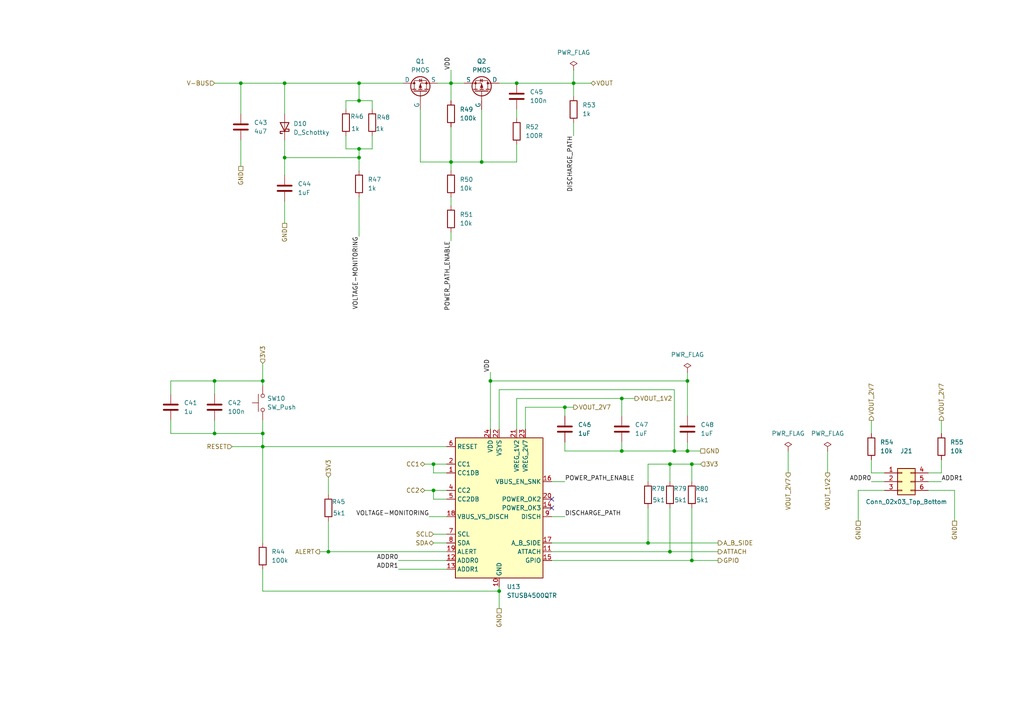
<source format=kicad_sch>
(kicad_sch (version 20250114) (generator "eeschema") (generator_version "9.0")
  (paper "A4")
  (lib_symbols
    (symbol "Connector_Generic:Conn_02x03_Top_Bottom" (pin_names (offset 1.016) (hide yes))
      (property "Reference" "J" (at 1.27 5.08 0))
      (property "Value" "Conn_02x03_Top_Bottom" (at 1.27 -5.08 0))
      (symbol "Conn_02x03_Top_Bottom_1_1"
        (rectangle (start -1.27 3.81) (end 3.81 -3.81) (stroke (width 0.254)) (fill (type background)))
        (rectangle (start -1.27 2.667) (end 0 2.413) (stroke (width 0.1524)))
        (rectangle (start -1.27 0.127) (end 0 -0.127) (stroke (width 0.1524)))
        (rectangle (start -1.27 -2.413) (end 0 -2.667) (stroke (width 0.1524)))
        (rectangle (start 3.81 2.667) (end 2.54 2.413) (stroke (width 0.1524)))
        (rectangle (start 3.81 0.127) (end 2.54 -0.127) (stroke (width 0.1524)))
        (rectangle (start 3.81 -2.413) (end 2.54 -2.667) (stroke (width 0.1524)))
        (pin passive line (at -5.08 2.54 0) (length 3.81) (name "Pin_1") (number "1"))
        (pin passive line (at -5.08 0 0) (length 3.81) (name "Pin_2") (number "2"))
        (pin passive line (at -5.08 -2.54 0) (length 3.81) (name "Pin_3") (number "3"))
        (pin passive line (at 7.62 2.54 180) (length 3.81) (name "Pin_4") (number "4"))
        (pin passive line (at 7.62 0 180) (length 3.81) (name "Pin_5") (number "5"))
        (pin passive line (at 7.62 -2.54 180) (length 3.81) (name "Pin_6") (number "6"))
      )
    )
    (symbol "Device:C" (pin_numbers (hide yes)) (pin_names (offset 0.254))
      (property "Reference" "C" (at 0.635 2.54 0))
      (property "Value" "C" (at 0.635 -2.54 0))
      (symbol "C_0_1"
        (polyline (pts (xy -2.032 0.762) (xy 2.032 0.762)) (stroke (width 0.508)))
        (polyline (pts (xy -2.032 -0.762) (xy 2.032 -0.762)) (stroke (width 0.508)))
      )
      (symbol "C_1_1"
        (pin passive line (at 0 3.81 270) (length 2.794) (name "~") (number "1"))
        (pin passive line (at 0 -3.81 90) (length 2.794) (name "~") (number "2"))
      )
    )
    (symbol "Device:D_Schottky" (pin_numbers (hide yes)) (pin_names (offset 1.016) (hide yes))
      (property "Reference" "D" (at 0 2.54 0))
      (property "Value" "D_Schottky" (at 0 -2.54 0))
      (symbol "D_Schottky_0_1"
        (polyline (pts (xy -1.905 0.635) (xy -1.905 1.27) (xy -1.27 1.27) (xy -1.27 -1.27) (xy -0.635 -1.27) (xy -0.635 -0.635)) (stroke (width 0.254)))
        (polyline (pts (xy 1.27 1.27) (xy 1.27 -1.27) (xy -1.27 0) (xy 1.27 1.27)) (stroke (width 0.254)))
        (polyline (pts (xy 1.27 0) (xy -1.27 0)))
      )
      (symbol "D_Schottky_1_1"
        (pin passive line (at -3.81 0 0) (length 2.54) (name "K") (number "1"))
        (pin passive line (at 3.81 0 180) (length 2.54) (name "A") (number "2"))
      )
    )
    (symbol "Device:R" (pin_numbers (hide yes)) (pin_names (offset 0))
      (property "Reference" "R" (at 2.032 0 90))
      (property "Value" "R" (at 0 0 90))
      (symbol "R_0_1"
        (rectangle (start -1.016 -2.54) (end 1.016 2.54) (stroke (width 0.254)))
      )
      (symbol "R_1_1"
        (pin passive line (at 0 3.81 270) (length 1.27) (name "~") (number "1"))
        (pin passive line (at 0 -3.81 90) (length 1.27) (name "~") (number "2"))
      )
    )
    (symbol "Interface_USB:STUSB4500QTR"
      (property "Reference" "U" (at -12.7 21.59 0))
      (property "Value" "STUSB4500QTR" (at 8.89 -21.59 0))
      (symbol "STUSB4500QTR_0_1"
        (rectangle (start -12.7 20.32) (end 12.7 -20.32) (stroke (width 0.254)) (fill (type background)))
      )
      (symbol "STUSB4500QTR_1_1"
        (pin input line (at -15.24 17.78 0) (length 2.54) (name "RESET") (number "6"))
        (pin bidirectional line (at -15.24 12.7 0) (length 2.54) (name "CC1") (number "2"))
        (pin bidirectional line (at -15.24 10.16 0) (length 2.54) (name "CC1DB") (number "1"))
        (pin bidirectional line (at -15.24 5.08 0) (length 2.54) (name "CC2") (number "4"))
        (pin bidirectional line (at -15.24 2.54 0) (length 2.54) (name "CC2DB") (number "5"))
        (pin input line (at -15.24 -2.54 0) (length 2.54) (name "VBUS_VS_DISCH") (number "18"))
        (pin input line (at -15.24 -7.62 0) (length 2.54) (name "SCL") (number "7"))
        (pin bidirectional line (at -15.24 -10.16 0) (length 2.54) (name "SDA") (number "8"))
        (pin open_collector line (at -15.24 -12.7 0) (length 2.54) (name "ALERT") (number "19"))
        (pin input line (at -15.24 -15.24 0) (length 2.54) (name "ADDR0") (number "12"))
        (pin input line (at -15.24 -17.78 0) (length 2.54) (name "ADDR1") (number "13"))
        (pin no_connect line (at -12.7 15.24 0) (length 2.54) (hide yes) (name "NC") (number "3"))
        (pin power_in line (at -2.54 22.86 270) (length 2.54) (name "VDD") (number "24"))
        (pin power_in line (at 0 22.86 270) (length 2.54) (name "VSYS") (number "22"))
        (pin power_in line (at 0 -22.86 90) (length 2.54) (name "GND") (number "10"))
        (pin passive line (at 0 -22.86 90) (length 2.54) (hide yes) (name "GND") (number "25"))
        (pin power_out line (at 5.08 22.86 270) (length 2.54) (name "VREG_1V2") (number "21"))
        (pin power_out line (at 7.62 22.86 270) (length 2.54) (name "VREG_2V7") (number "23"))
        (pin open_collector line (at 15.24 7.62 180) (length 2.54) (name "VBUS_EN_SNK") (number "16"))
        (pin open_collector line (at 15.24 2.54 180) (length 2.54) (name "POWER_OK2") (number "20"))
        (pin open_collector line (at 15.24 0 180) (length 2.54) (name "POWER_OK3") (number "14"))
        (pin bidirectional line (at 15.24 -2.54 180) (length 2.54) (name "DISCH") (number "9"))
        (pin open_collector line (at 15.24 -10.16 180) (length 2.54) (name "A_B_SIDE") (number "17"))
        (pin open_collector line (at 15.24 -12.7 180) (length 2.54) (name "ATTACH") (number "11"))
        (pin open_collector line (at 15.24 -15.24 180) (length 2.54) (name "GPIO") (number "15"))
      )
    )
    (symbol "Simulation_SPICE:PMOS" (pin_numbers (hide yes)) (pin_names (offset 0))
      (property "Reference" "Q" (at 5.08 1.27 0))
      (property "Value" "PMOS" (at 5.08 -1.27 0))
      (symbol "PMOS_0_1"
        (polyline (pts (xy 0.254 1.905) (xy 0.254 -1.905)) (stroke (width 0.254)))
        (polyline (pts (xy 0.254 0) (xy -2.54 0)))
        (polyline (pts (xy 0.762 2.286) (xy 0.762 1.27)) (stroke (width 0.254)))
        (polyline (pts (xy 0.762 1.778) (xy 3.302 1.778) (xy 3.302 -1.778) (xy 0.762 -1.778)))
        (polyline (pts (xy 0.762 0.508) (xy 0.762 -0.508)) (stroke (width 0.254)))
        (polyline (pts (xy 0.762 -1.27) (xy 0.762 -2.286)) (stroke (width 0.254)))
        (circle (center 1.651 0) (radius 2.794) (stroke (width 0.254)))
        (polyline (pts (xy 2.286 0) (xy 1.27 0.381) (xy 1.27 -0.381) (xy 2.286 0)) (fill (type outline)))
        (polyline (pts (xy 2.54 2.54) (xy 2.54 1.778)))
        (circle (center 2.54 1.778) (radius 0.254) (fill (type outline)))
        (circle (center 2.54 -1.778) (radius 0.254) (fill (type outline)))
        (polyline (pts (xy 2.54 -2.54) (xy 2.54 0) (xy 0.762 0)))
        (polyline (pts (xy 2.794 -0.508) (xy 2.921 -0.381) (xy 3.683 -0.381) (xy 3.81 -0.254)))
        (polyline (pts (xy 3.302 -0.381) (xy 2.921 0.254) (xy 3.683 0.254) (xy 3.302 -0.381)))
      )
      (symbol "PMOS_1_1"
        (pin input line (at -5.08 0 0) (length 2.54) (name "G") (number "2"))
        (pin passive line (at 2.54 5.08 270) (length 2.54) (name "D") (number "1"))
        (pin passive line (at 2.54 -5.08 90) (length 2.54) (name "S") (number "3"))
      )
    )
    (symbol "Switch:SW_Push" (pin_numbers (hide yes)) (pin_names (offset 1.016) (hide yes))
      (property "Reference" "SW" (at 1.27 2.54 0))
      (property "Value" "SW_Push" (at 0 -1.524 0))
      (symbol "SW_Push_0_1"
        (circle (center -2.032 0) (radius 0.508))
        (polyline (pts (xy 0 1.27) (xy 0 3.048)))
        (circle (center 2.032 0) (radius 0.508))
        (polyline (pts (xy 2.54 1.27) (xy -2.54 1.27)))
        (pin passive line (at -5.08 0 0) (length 2.54) (name "1") (number "1"))
        (pin passive line (at 5.08 0 180) (length 2.54) (name "2") (number "2"))
      )
    )
    (symbol "power:PWR_FLAG" (power) (pin_numbers (hide yes)) (pin_names (offset 0) (hide yes))
      (property "Value" "PWR_FLAG" (at 0 3.81 0))
      (symbol "PWR_FLAG_0_0"
        (pin power_out line (at 0 0 90) (length 0) (name "~") (number "1"))
      )
      (symbol "PWR_FLAG_0_1"
        (polyline (pts (xy 0 0) (xy 0 1.27) (xy -1.016 1.905) (xy 0 2.54) (xy 1.016 1.905) (xy 0 1.27)))
      )
    )
  )
  (junction (at 82.55 45.72))
  (junction (at 163.83 118.11))
  (junction (at 200.66 162.56))
  (junction (at 62.23 110.49))
  (junction (at 104.14 45.72))
  (junction (at 180.34 115.57))
  (junction (at 200.66 134.62))
  (junction (at 199.39 130.81))
  (junction (at 104.14 43.18))
  (junction (at 125.73 142.24))
  (junction (at 104.14 29.21))
  (junction (at 166.37 24.13))
  (junction (at 194.31 160.02))
  (junction (at 144.78 171.45))
  (junction (at 199.39 110.49))
  (junction (at 195.58 130.81))
  (junction (at 82.55 24.13))
  (junction (at 69.85 24.13))
  (junction (at 76.2 125.73))
  (junction (at 125.73 134.62))
  (junction (at 187.96 157.48))
  (junction (at 130.81 24.13))
  (junction (at 149.86 24.13))
  (junction (at 194.31 134.62))
  (junction (at 180.34 130.81))
  (junction (at 104.14 24.13))
  (junction (at 139.7 46.99))
  (junction (at 95.25 160.02))
  (junction (at 62.23 125.73))
  (junction (at 76.2 110.49))
  (junction (at 142.24 110.49))
  (junction (at 130.81 46.99))
  (junction (at 76.2 129.54))
  (no_connect (at 160.02 144.78))
  (no_connect (at 160.02 147.32))
  (wire (pts (xy 139.7 46.99) (xy 139.7 31.75)))
  (wire (pts (xy 152.4 124.46) (xy 152.4 118.11)))
  (wire (pts (xy 125.73 134.62) (xy 129.54 134.62)))
  (wire (pts (xy 82.55 64.77) (xy 82.55 58.42)))
  (wire (pts (xy 142.24 107.95) (xy 142.24 110.49)))
  (wire (pts (xy 67.31 129.54) (xy 76.2 129.54)))
  (wire (pts (xy 149.86 115.57) (xy 180.34 115.57)))
  (wire (pts (xy 144.78 113.03) (xy 144.78 124.46)))
  (wire (pts (xy 130.81 24.13) (xy 134.62 24.13)))
  (wire (pts (xy 125.73 142.24) (xy 129.54 142.24)))
  (wire (pts (xy 130.81 36.83) (xy 130.81 46.99)))
  (wire (pts (xy 149.86 31.75) (xy 149.86 34.29)))
  (wire (pts (xy 180.34 130.81) (xy 195.58 130.81)))
  (wire (pts (xy 144.78 170.18) (xy 144.78 171.45)))
  (wire (pts (xy 127 24.13) (xy 130.81 24.13)))
  (wire (pts (xy 100.33 39.37) (xy 100.33 43.18)))
  (wire (pts (xy 240.03 130.81) (xy 240.03 137.16)))
  (wire (pts (xy 144.78 24.13) (xy 149.86 24.13)))
  (wire (pts (xy 269.24 137.16) (xy 273.05 137.16)))
  (wire (pts (xy 256.54 142.24) (xy 248.92 142.24)))
  (wire (pts (xy 76.2 129.54) (xy 129.54 129.54)))
  (wire (pts (xy 180.34 115.57) (xy 184.15 115.57)))
  (wire (pts (xy 152.4 118.11) (xy 163.83 118.11)))
  (wire (pts (xy 76.2 121.92) (xy 76.2 125.73)))
  (wire (pts (xy 160.02 160.02) (xy 194.31 160.02)))
  (wire (pts (xy 200.66 134.62) (xy 200.66 139.7)))
  (wire (pts (xy 82.55 24.13) (xy 104.14 24.13)))
  (wire (pts (xy 160.02 149.86) (xy 163.83 149.86)))
  (wire (pts (xy 273.05 137.16) (xy 273.05 133.35)))
  (wire (pts (xy 107.95 29.21) (xy 104.14 29.21)))
  (wire (pts (xy 92.71 160.02) (xy 95.25 160.02)))
  (wire (pts (xy 82.55 50.8) (xy 82.55 45.72)))
  (wire (pts (xy 76.2 105.41) (xy 76.2 110.49)))
  (wire (pts (xy 49.53 125.73) (xy 62.23 125.73)))
  (wire (pts (xy 200.66 134.62) (xy 203.2 134.62)))
  (wire (pts (xy 124.46 149.86) (xy 129.54 149.86)))
  (wire (pts (xy 187.96 147.32) (xy 187.96 157.48)))
  (wire (pts (xy 252.73 121.92) (xy 252.73 125.73)))
  (wire (pts (xy 149.86 24.13) (xy 166.37 24.13)))
  (wire (pts (xy 62.23 121.92) (xy 62.23 125.73)))
  (wire (pts (xy 82.55 24.13) (xy 82.55 33.02)))
  (wire (pts (xy 163.83 139.7) (xy 160.02 139.7)))
  (wire (pts (xy 107.95 31.75) (xy 107.95 29.21)))
  (wire (pts (xy 149.86 115.57) (xy 149.86 124.46)))
  (wire (pts (xy 69.85 40.64) (xy 69.85 48.26)))
  (wire (pts (xy 199.39 128.27) (xy 199.39 130.81)))
  (wire (pts (xy 194.31 134.62) (xy 200.66 134.62)))
  (wire (pts (xy 125.73 144.78) (xy 125.73 142.24)))
  (wire (pts (xy 104.14 24.13) (xy 116.84 24.13)))
  (wire (pts (xy 121.92 31.75) (xy 121.92 46.99)))
  (wire (pts (xy 104.14 43.18) (xy 104.14 45.72)))
  (wire (pts (xy 199.39 107.95) (xy 199.39 110.49)))
  (wire (pts (xy 130.81 46.99) (xy 139.7 46.99)))
  (wire (pts (xy 104.14 43.18) (xy 107.95 43.18)))
  (wire (pts (xy 100.33 29.21) (xy 104.14 29.21)))
  (wire (pts (xy 76.2 165.1) (xy 76.2 171.45)))
  (wire (pts (xy 76.2 157.48) (xy 76.2 129.54)))
  (wire (pts (xy 163.83 118.11) (xy 166.37 118.11)))
  (wire (pts (xy 194.31 160.02) (xy 208.28 160.02)))
  (wire (pts (xy 130.81 59.69) (xy 130.81 57.15)))
  (wire (pts (xy 200.66 162.56) (xy 208.28 162.56)))
  (wire (pts (xy 252.73 137.16) (xy 252.73 133.35)))
  (wire (pts (xy 125.73 137.16) (xy 125.73 134.62)))
  (wire (pts (xy 180.34 128.27) (xy 180.34 130.81)))
  (wire (pts (xy 69.85 24.13) (xy 82.55 24.13)))
  (wire (pts (xy 115.57 162.56) (xy 129.54 162.56)))
  (wire (pts (xy 125.73 154.94) (xy 129.54 154.94)))
  (wire (pts (xy 130.81 24.13) (xy 130.81 29.21)))
  (wire (pts (xy 130.81 46.99) (xy 130.81 49.53)))
  (wire (pts (xy 62.23 114.3) (xy 62.23 110.49)))
  (wire (pts (xy 130.81 20.32) (xy 130.81 24.13)))
  (wire (pts (xy 166.37 20.32) (xy 166.37 24.13)))
  (wire (pts (xy 123.19 134.62) (xy 125.73 134.62)))
  (wire (pts (xy 252.73 139.7) (xy 256.54 139.7)))
  (wire (pts (xy 273.05 139.7) (xy 269.24 139.7)))
  (wire (pts (xy 69.85 24.13) (xy 69.85 33.02)))
  (wire (pts (xy 121.92 46.99) (xy 130.81 46.99)))
  (wire (pts (xy 163.83 118.11) (xy 163.83 120.65)))
  (wire (pts (xy 195.58 113.03) (xy 195.58 130.81)))
  (wire (pts (xy 82.55 45.72) (xy 104.14 45.72)))
  (wire (pts (xy 180.34 120.65) (xy 180.34 115.57)))
  (wire (pts (xy 144.78 113.03) (xy 195.58 113.03)))
  (wire (pts (xy 194.31 134.62) (xy 194.31 139.7)))
  (wire (pts (xy 203.2 130.81) (xy 199.39 130.81)))
  (wire (pts (xy 276.86 142.24) (xy 269.24 142.24)))
  (wire (pts (xy 49.53 114.3) (xy 49.53 110.49)))
  (wire (pts (xy 104.14 57.15) (xy 104.14 68.58)))
  (wire (pts (xy 160.02 157.48) (xy 187.96 157.48)))
  (wire (pts (xy 256.54 137.16) (xy 252.73 137.16)))
  (wire (pts (xy 95.25 138.43) (xy 95.25 143.51)))
  (wire (pts (xy 199.39 110.49) (xy 199.39 120.65)))
  (wire (pts (xy 163.83 130.81) (xy 180.34 130.81)))
  (wire (pts (xy 82.55 40.64) (xy 82.55 45.72)))
  (wire (pts (xy 163.83 128.27) (xy 163.83 130.81)))
  (wire (pts (xy 95.25 151.13) (xy 95.25 160.02)))
  (wire (pts (xy 76.2 171.45) (xy 144.78 171.45)))
  (wire (pts (xy 129.54 144.78) (xy 125.73 144.78)))
  (wire (pts (xy 142.24 110.49) (xy 142.24 124.46)))
  (wire (pts (xy 139.7 46.99) (xy 149.86 46.99)))
  (wire (pts (xy 100.33 43.18) (xy 104.14 43.18)))
  (wire (pts (xy 187.96 157.48) (xy 208.28 157.48)))
  (wire (pts (xy 62.23 24.13) (xy 69.85 24.13)))
  (wire (pts (xy 49.53 121.92) (xy 49.53 125.73)))
  (wire (pts (xy 187.96 134.62) (xy 194.31 134.62)))
  (wire (pts (xy 248.92 142.24) (xy 248.92 151.13)))
  (wire (pts (xy 144.78 171.45) (xy 144.78 176.53)))
  (wire (pts (xy 166.37 27.94) (xy 166.37 24.13)))
  (wire (pts (xy 49.53 110.49) (xy 62.23 110.49)))
  (wire (pts (xy 62.23 110.49) (xy 76.2 110.49)))
  (wire (pts (xy 228.6 130.81) (xy 228.6 137.16)))
  (wire (pts (xy 76.2 110.49) (xy 76.2 111.76)))
  (wire (pts (xy 199.39 130.81) (xy 195.58 130.81)))
  (wire (pts (xy 129.54 137.16) (xy 125.73 137.16)))
  (wire (pts (xy 123.19 142.24) (xy 125.73 142.24)))
  (wire (pts (xy 273.05 121.92) (xy 273.05 125.73)))
  (wire (pts (xy 166.37 24.13) (xy 171.45 24.13)))
  (wire (pts (xy 194.31 147.32) (xy 194.31 160.02)))
  (wire (pts (xy 129.54 165.1) (xy 115.57 165.1)))
  (wire (pts (xy 149.86 46.99) (xy 149.86 41.91)))
  (wire (pts (xy 62.23 125.73) (xy 76.2 125.73)))
  (wire (pts (xy 130.81 69.85) (xy 130.81 67.31)))
  (wire (pts (xy 142.24 110.49) (xy 199.39 110.49)))
  (wire (pts (xy 187.96 134.62) (xy 187.96 139.7)))
  (wire (pts (xy 95.25 160.02) (xy 129.54 160.02)))
  (wire (pts (xy 104.14 45.72) (xy 104.14 49.53)))
  (wire (pts (xy 166.37 39.37) (xy 166.37 35.56)))
  (wire (pts (xy 100.33 31.75) (xy 100.33 29.21)))
  (wire (pts (xy 76.2 125.73) (xy 76.2 129.54)))
  (wire (pts (xy 104.14 24.13) (xy 104.14 29.21)))
  (wire (pts (xy 200.66 147.32) (xy 200.66 162.56)))
  (wire (pts (xy 125.73 157.48) (xy 129.54 157.48)))
  (wire (pts (xy 276.86 151.13) (xy 276.86 142.24)))
  (wire (pts (xy 160.02 162.56) (xy 200.66 162.56)))
  (wire (pts (xy 107.95 39.37) (xy 107.95 43.18)))
  (label "VDD" (at 130.81 20.32 90))
  (label "POWER_PATH_ENABLE" (at 163.83 139.7 0))
  (label "VOLTAGE-MONITORING" (at 104.14 68.58 270))
  (label "VOLTAGE-MONITORING" (at 124.46 149.86 180))
  (label "ADDR1" (at 273.05 139.7 0))
  (label "DISCHARGE_PATH" (at 163.83 149.86 0))
  (label "DISCHARGE_PATH" (at 166.37 39.37 270))
  (label "POWER_PATH_ENABLE" (at 130.81 69.85 270))
  (label "ADDR0" (at 115.57 162.56 180))
  (label "ADDR1" (at 115.57 165.1 180))
  (label "ADDR0" (at 252.73 139.7 180))
  (label "VDD" (at 142.24 107.95 90))
  (hierarchical_label "VOUT_2V7" (shape output) (at 252.73 121.92 90))
  (hierarchical_label "GND" (shape passive) (at 144.78 176.53 270))
  (hierarchical_label "ALERT" (shape output) (at 92.71 160.02 180))
  (hierarchical_label "SCL" (shape input) (at 125.73 154.94 180))
  (hierarchical_label "VOUT_2V7" (shape output) (at 228.6 137.16 270))
  (hierarchical_label "GND" (shape passive) (at 69.85 48.26 270))
  (hierarchical_label "3V3" (shape input) (at 95.25 138.43 90))
  (hierarchical_label "CC1" (shape bidirectional) (at 123.19 134.62 180))
  (hierarchical_label "3V3" (shape input) (at 203.2 134.62 0))
  (hierarchical_label "GND" (shape passive) (at 203.2 130.81 0))
  (hierarchical_label "GPIO" (shape output) (at 208.28 162.56 0))
  (hierarchical_label "ATTACH" (shape output) (at 208.28 160.02 0))
  (hierarchical_label "3V3" (shape input) (at 76.2 105.41 90))
  (hierarchical_label "VOUT_2V7" (shape output) (at 273.05 121.92 90))
  (hierarchical_label "CC2" (shape bidirectional) (at 123.19 142.24 180))
  (hierarchical_label "GND" (shape passive) (at 248.92 151.13 270))
  (hierarchical_label "A_B_SIDE" (shape output) (at 208.28 157.48 0))
  (hierarchical_label "RESET" (shape input) (at 67.31 129.54 180))
  (hierarchical_label "V-BUS" (shape input) (at 62.23 24.13 180))
  (hierarchical_label "VOUT_1V2" (shape output) (at 240.03 137.16 270))
  (hierarchical_label "GND" (shape passive) (at 82.55 64.77 270))
  (hierarchical_label "VOUT_2V7" (shape output) (at 166.37 118.11 0))
  (hierarchical_label "SDA" (shape bidirectional) (at 125.73 157.48 180))
  (hierarchical_label "VOUT" (shape bidirectional) (at 171.45 24.13 0))
  (hierarchical_label "GND" (shape passive) (at 276.86 151.13 270))
  (hierarchical_label "VOUT_1V2" (shape output) (at 184.15 115.57 0))
  (symbol (lib_id "Simulation_SPICE:PMOS") (at 139.7 26.67 270) (mirror x) (unit 1)
    (property "Reference" "Q2" (at 139.7 17.78 90))
    (property "Value" "PMOS" (at 139.7 20.32 90))
    (property "Datasheet" "https://ngspice.sourceforge.io/docs/ngspice-html-manual/manual.xhtml#cha_MOSFETs" (effects (hide yes)))
    (property "Description" "P-MOSFET transistor, drain/source/gate" (effects (hide yes)))
    (property "Sim.Device" "PMOS" (effects (hide yes)))
    (property "Sim.Type" "VDMOS" (effects (hide yes)))
    (property "Sim.Pins" "1=D 2=G 3=S" (effects (hide yes)))
  )
  (symbol (lib_id "Device:R") (at 194.31 143.51 0) (unit 1)
    (property "Reference" "R79" (at 195.326 141.732 0) (effects (justify left)))
    (property "Value" "5k1" (at 195.58 145.034 0) (effects (justify left)))
    (property "Description" "Resistor" (effects (hide yes)))
  )
  (symbol (lib_id "Device:R") (at 166.37 31.75 0) (unit 1)
    (property "Reference" "R53" (at 168.91 30.4799 0) (effects (justify left)))
    (property "Value" "1k" (at 168.91 33.0199 0) (effects (justify left)))
    (property "Description" "Resistor" (effects (hide yes)))
  )
  (symbol (lib_id "Device:R") (at 273.05 129.54 0) (unit 1)
    (property "Reference" "R55" (at 275.59 128.2699 0) (effects (justify left)))
    (property "Value" "10k" (at 275.59 130.8099 0) (effects (justify left)))
    (property "Description" "Resistor" (effects (hide yes)))
  )
  (symbol (lib_id "Device:R") (at 130.81 53.34 0) (unit 1)
    (property "Reference" "R50" (at 133.35 52.0699 0) (effects (justify left)))
    (property "Value" "10k" (at 133.35 54.6099 0) (effects (justify left)))
    (property "Description" "Resistor" (effects (hide yes)))
  )
  (symbol (lib_id "Device:R") (at 104.14 53.34 0) (unit 1)
    (property "Reference" "R47" (at 106.68 52.0699 0) (effects (justify left)))
    (property "Value" "1k" (at 106.68 54.6099 0) (effects (justify left)))
    (property "Description" "Resistor" (effects (hide yes)))
  )
  (symbol (lib_id "Device:R") (at 130.81 33.02 0) (unit 1)
    (property "Reference" "R49" (at 133.35 31.7499 0) (effects (justify left)))
    (property "Value" "100k" (at 133.35 34.2899 0) (effects (justify left)))
    (property "Description" "Resistor" (effects (hide yes)))
  )
  (symbol (lib_id "Connector_Generic:Conn_02x03_Top_Bottom") (at 261.62 139.7 0) (unit 1)
    (property "Reference" "J21" (at 262.89 130.81 0))
    (property "Value" "Conn_02x03_Top_Bottom" (at 262.89 145.542 0))
    (property "Description" "Generic connector, double row, 02x03, top/bottom pin numbering scheme (row 1: 1...pins_per_row, row2: pins_per_row+1 ... num_pins), script generated (kicad-library-utils/schlib/autogen/connector/)" (effects (hide yes)))
  )
  (symbol (lib_id "Simulation_SPICE:PMOS") (at 121.92 26.67 90) (unit 1)
    (property "Reference" "Q1" (at 121.92 17.78 90))
    (property "Value" "PMOS" (at 121.92 20.32 90))
    (property "Datasheet" "https://ngspice.sourceforge.io/docs/ngspice-html-manual/manual.xhtml#cha_MOSFETs" (effects (hide yes)))
    (property "Description" "P-MOSFET transistor, drain/source/gate" (effects (hide yes)))
    (property "Sim.Device" "PMOS" (effects (hide yes)))
    (property "Sim.Type" "VDMOS" (effects (hide yes)))
    (property "Sim.Pins" "1=D 2=G 3=S" (effects (hide yes)))
  )
  (symbol (lib_id "Device:C") (at 180.34 124.46 0) (unit 1)
    (property "Reference" "C47" (at 184.15 123.1899 0) (effects (justify left)))
    (property "Value" "1uF" (at 184.15 125.7299 0) (effects (justify left)))
    (property "Description" "Unpolarized capacitor" (effects (hide yes)))
  )
  (symbol (lib_id "Device:D_Schottky") (at 82.55 36.83 90) (unit 1)
    (property "Reference" "D10" (at 85.09 35.8774 90) (effects (justify right)))
    (property "Value" "D_Schottky" (at 85.09 38.4174 90) (effects (justify right)))
    (property "Description" "Schottky diode" (effects (hide yes)))
  )
  (symbol (lib_id "power:PWR_FLAG") (at 166.37 20.32 0) (unit 1)
    (property "Reference" "#FLG011" (effects (hide yes)))
    (property "Value" "PWR_FLAG" (at 166.37 15.24 0))
    (property "Description" "Special symbol for telling ERC where power comes from" (effects (hide yes)))
  )
  (symbol (lib_id "Device:C") (at 149.86 27.94 0) (unit 1)
    (property "Reference" "C45" (at 153.67 26.6699 0) (effects (justify left)))
    (property "Value" "100n" (at 153.67 29.2099 0) (effects (justify left)))
    (property "Description" "Unpolarized capacitor" (effects (hide yes)))
  )
  (symbol (lib_id "Device:C") (at 69.85 36.83 0) (unit 1)
    (property "Reference" "C43" (at 73.66 35.5599 0) (effects (justify left)))
    (property "Value" "4u7" (at 73.66 38.0999 0) (effects (justify left)))
    (property "Description" "Unpolarized capacitor" (effects (hide yes)))
  )
  (symbol (lib_id "Interface_USB:STUSB4500QTR") (at 144.78 147.32 0) (unit 1)
    (property "Reference" "U13" (at 146.9741 170.18 0) (effects (justify left)))
    (property "Value" "STUSB4500QTR" (at 146.9741 172.72 0) (effects (justify left)))
    (property "Footprint" "Package_DFN_QFN:QFN-24-1EP_4x4mm_P0.5mm_EP2.7x2.7mm" (effects (hide yes)))
    (property "Datasheet" "https://www.st.com/resource/en/datasheet/stusb4500.pdf" (effects (hide yes)))
    (property "Description" "Stand-alone USB PD controller (with sink Auto-run mode), QFN-24" (effects (hide yes)))
  )
  (symbol (lib_id "Device:R") (at 200.66 143.51 0) (unit 1)
    (property "Reference" "R80" (at 201.676 141.732 0) (effects (justify left)))
    (property "Value" "5k1" (at 201.93 145.034 0) (effects (justify left)))
    (property "Description" "Resistor" (effects (hide yes)))
  )
  (symbol (lib_id "Device:R") (at 100.33 35.56 0) (unit 1)
    (property "Reference" "R46" (at 101.6 33.782 0) (effects (justify left)))
    (property "Value" "1k" (at 101.854 37.338 0) (effects (justify left)))
    (property "Description" "Resistor" (effects (hide yes)))
  )
  (symbol (lib_id "Device:R") (at 107.95 35.56 0) (unit 1)
    (property "Reference" "R48" (at 109.22 34.036 0) (effects (justify left)))
    (property "Value" "1k" (at 108.966 37.338 0) (effects (justify left)))
    (property "Description" "Resistor" (effects (hide yes)))
  )
  (symbol (lib_id "Device:R") (at 187.96 143.51 0) (unit 1)
    (property "Reference" "R78" (at 188.976 141.732 0) (effects (justify left)))
    (property "Value" "5k1" (at 189.23 145.034 0) (effects (justify left)))
    (property "Description" "Resistor" (effects (hide yes)))
  )
  (symbol (lib_id "Switch:SW_Push") (at 76.2 116.84 90) (unit 1)
    (property "Reference" "SW10" (at 77.47 115.57 90) (effects (justify right)))
    (property "Value" "SW_Push" (at 77.47 118.1099 90) (effects (justify right)))
    (property "Footprint" "Button_Switch_SMD:SW_SPST_TL3342" (effects (hide yes)))
  )
  (symbol (lib_id "Device:C") (at 82.55 54.61 0) (unit 1)
    (property "Reference" "C44" (at 86.36 53.3399 0) (effects (justify left)))
    (property "Value" "1uF" (at 86.36 55.8799 0) (effects (justify left)))
    (property "Description" "Unpolarized capacitor" (effects (hide yes)))
  )
  (symbol (lib_id "Device:C") (at 49.53 118.11 0) (unit 1)
    (property "Reference" "C41" (at 53.34 116.8399 0) (effects (justify left)))
    (property "Value" "1u" (at 53.34 119.38 0) (effects (justify left)))
    (property "Footprint" "Capacitor_SMD:C_0402_1005Metric_Pad0.74x0.62mm_HandSolder" (effects (hide yes)))
  )
  (symbol (lib_id "power:PWR_FLAG") (at 228.6 130.81 0) (unit 1)
    (property "Reference" "#FLG013" (effects (hide yes)))
    (property "Value" "PWR_FLAG" (at 228.6 125.73 0))
    (property "Description" "Special symbol for telling ERC where power comes from" (effects (hide yes)))
  )
  (symbol (lib_id "Device:C") (at 62.23 118.11 0) (unit 1)
    (property "Reference" "C42" (at 66.04 116.8399 0) (effects (justify left)))
    (property "Value" "100n" (at 66.04 119.38 0) (effects (justify left)))
    (property "Footprint" "Capacitor_SMD:C_0402_1005Metric_Pad0.74x0.62mm_HandSolder" (effects (hide yes)))
  )
  (symbol (lib_id "Device:R") (at 149.86 38.1 0) (unit 1)
    (property "Reference" "R52" (at 152.4 36.8299 0) (effects (justify left)))
    (property "Value" "100R" (at 152.4 39.3699 0) (effects (justify left)))
    (property "Description" "Resistor" (effects (hide yes)))
  )
  (symbol (lib_id "Device:R") (at 130.81 63.5 0) (unit 1)
    (property "Reference" "R51" (at 133.35 62.2299 0) (effects (justify left)))
    (property "Value" "10k" (at 133.35 64.7699 0) (effects (justify left)))
    (property "Description" "Resistor" (effects (hide yes)))
  )
  (symbol (lib_id "Device:R") (at 76.2 161.29 0) (unit 1)
    (property "Reference" "R44" (at 78.74 160.0199 0) (effects (justify left)))
    (property "Value" "100k" (at 78.74 162.5599 0) (effects (justify left)))
    (property "Description" "Resistor" (effects (hide yes)))
  )
  (symbol (lib_id "Device:R") (at 95.25 147.32 0) (unit 1)
    (property "Reference" "R45" (at 96.266 145.542 0) (effects (justify left)))
    (property "Value" "5k1" (at 96.52 148.844 0) (effects (justify left)))
    (property "Description" "Resistor" (effects (hide yes)))
  )
  (symbol (lib_id "Device:R") (at 252.73 129.54 0) (unit 1)
    (property "Reference" "R54" (at 255.27 128.2699 0) (effects (justify left)))
    (property "Value" "10k" (at 255.27 130.8099 0) (effects (justify left)))
    (property "Description" "Resistor" (effects (hide yes)))
  )
  (symbol (lib_id "power:PWR_FLAG") (at 240.03 130.81 0) (unit 1)
    (property "Reference" "#FLG014" (effects (hide yes)))
    (property "Value" "PWR_FLAG" (at 240.03 125.73 0))
    (property "Description" "Special symbol for telling ERC where power comes from" (effects (hide yes)))
  )
  (symbol (lib_id "Device:C") (at 199.39 124.46 0) (unit 1)
    (property "Reference" "C48" (at 203.2 123.1899 0) (effects (justify left)))
    (property "Value" "1uF" (at 203.2 125.7299 0) (effects (justify left)))
    (property "Description" "Unpolarized capacitor" (effects (hide yes)))
  )
  (symbol (lib_id "power:PWR_FLAG") (at 199.39 107.95 0) (unit 1)
    (property "Reference" "#FLG012" (effects (hide yes)))
    (property "Value" "PWR_FLAG" (at 199.39 102.87 0))
    (property "Description" "Special symbol for telling ERC where power comes from" (effects (hide yes)))
  )
  (symbol (lib_id "Device:C") (at 163.83 124.46 0) (unit 1)
    (property "Reference" "C46" (at 167.64 123.1899 0) (effects (justify left)))
    (property "Value" "1uF" (at 167.64 125.7299 0) (effects (justify left)))
    (property "Description" "Unpolarized capacitor" (effects (hide yes)))
  )
)
</source>
